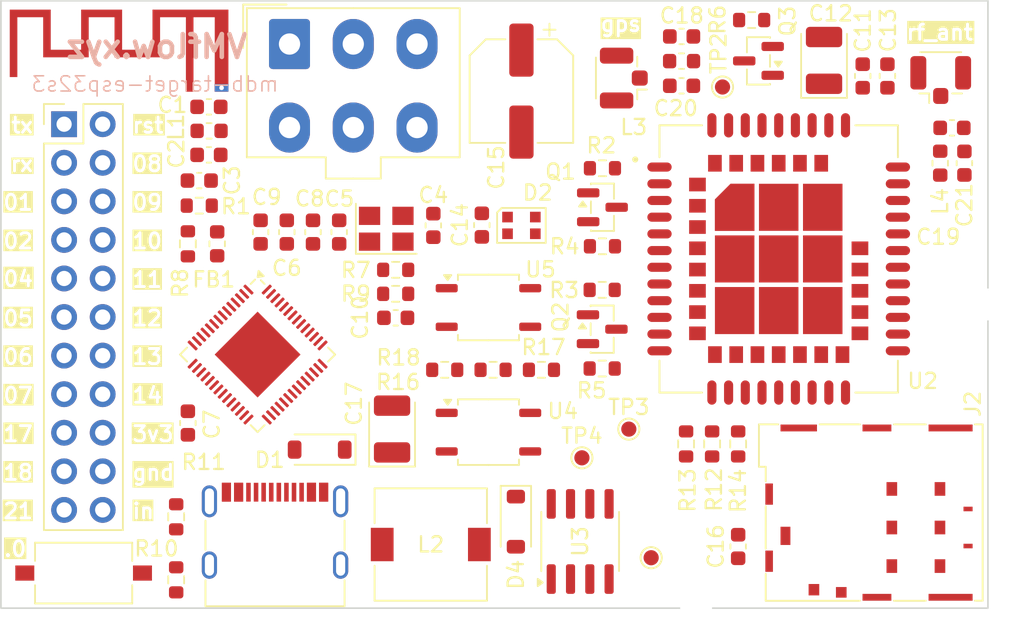
<source format=kicad_pcb>
(kicad_pcb (version 20241229) (generator "pcbnew") (generator_version "9.0")
  (layers (0 "F.Cu" signal) (2 "B.Cu" signal) (13 "F.Paste" user) (15 "B.Paste" user) (5 "F.SilkS" user "F.Silkscreen") (7 "B.SilkS" user "B.Silkscreen") (1 "F.Mask" user) (3 "B.Mask" user) (25 "Edge.Cuts" user))
  (net 0 "")
  (net 1 "Net-(AE1-A)")
  (net 2 "+3V3")
  (net 3 "GND")
  (net 4 "Net-(U1-LNA_IN{slash}RF)")
  (net 5 "Net-(U1-XTAL_N)")
  (net 6 "Net-(U1-XTAL_P)")
  (net 7 "/vin")
  (net 8 "Net-(J4-In)")
  (net 9 "Net-(D1-A)")
  (net 10 "/mdb_master_transmit")
  (net 11 "/mdb_communications_common")
  (net 12 "/mdb_master_receive")
  (net 14 "/usb+")
  (net 15 "/usb-")
  (net 16 "Net-(D4-K)")
  (net 18 "Net-(J1-CC1)")
  (net 19 "/io12")
  (net 20 "/io9")
  (net 21 "/io6")
  (net 22 "/io10")
  (net 23 "/io17")
  (net 24 "/u0txd")
  (net 25 "/io21")
  (net 26 "/io11")
  (net 27 "/io5")
  (net 28 "/boot")
  (net 29 "/u0rxd")
  (net 30 "/io8")
  (net 31 "/io14")
  (net 32 "/io18")
  (net 33 "/io4")
  (net 34 "/io7")
  (net 35 "/io13")
  (net 36 "/io1")
  (net 37 "/io2")
  (net 38 "Net-(J1-CC2)")
  (net 39 "/reset")
  (net 41 "Net-(J2-RST)")
  (net 42 "Net-(J2-I{slash}O)")
  (net 44 "Net-(J2-CLK)")
  (net 48 "/sim_uart1_tx")
  (net 49 "Net-(Q1-B)")
  (net 50 "/sim_uart1_rx")
  (net 51 "Net-(Q2-B)")
  (net 52 "/pwrkey")
  (net 53 "Net-(Q3-B)")
  (net 54 "/sim_vdd_ext")
  (net 55 "Net-(U1-GPIO46)")
  (net 56 "Net-(U1-GPIO45)")
  (net 57 "Net-(R16-Pad2)")
  (net 58 "Net-(R18-Pad2)")
  (net 66 "VDD3P3")
  (net 71 "/sim_vdd")
  (net 80 "/rf_ant")
  (net 83 "Net-(J5-In)")
  (net 86 "/sim_rst")
  (net 87 "/sim_data")
  (net 89 "/gnss_ant")
  (net 90 "/netlight")
  (net 96 "Net-(U2-STATUS)")
  (net 113 "/sim_clk")
  (footprint "Capacitor_Tantalum_SMD:CP_EIA-3528-21_Kemet-B" (layer "F.Cu") (at 194.2575 111.295 90)
    (property "Reference" "C17" (at 1.67 -2.51 90) (layer "F.SilkS"))
    (property "Value" "220uF" (hide yes))
    (pad "1" smd roundrect (at -1.54 0 90) (size 1.34 2.39) (layers "F.Cu" "F.Mask" "F.Paste") (roundrect_rratio 0.186567) (net 2 "+3V3"))
    (pad "2" smd roundrect (at 1.54 0 90) (size 1.34 2.39) (layers "F.Cu" "F.Mask" "F.Paste") (roundrect_rratio 0.186567) (net 3 "GND"))
  )
  (footprint "Inductor_SMD:L_7.3x7.3_H3.5" (layer "F.Cu") (at 196.8075 118.9 180)
    (property "Reference" "L2" (at 0 0 0) (layer "F.SilkS"))
    (property "Value" "100uH" (hide yes))
    (pad "1" smd rect (at -3.2 0 180) (size 1.5 2.2) (layers "F.Cu" "F.Mask" "F.Paste") (net 16 "Net-(D4-K)"))
    (pad "2" smd rect (at 3.2 0 180) (size 1.5 2.2) (layers "F.Cu" "F.Mask" "F.Paste") (net 2 "+3V3"))
  )
  (footprint "RF_Antenna:Texas_SWRA117D_2.4GHz_Left" (layer "F.Cu") (at 180.93 88.825)
    (property "Reference" "AE1" (hide yes))
    (property "Value" "Antenna" (hide yes))
    (fp_poly (pts (xy -2.45 -2.51) (xy -4.45 -2.51) (xy -4.45 -5.15) (xy -7.15 -5.15) (xy -7.15 -2.51) (xy -9.15 -2.51) (xy -9.15 -5.15) (xy -11.85 -5.15) (xy -11.85 -0.71) (xy -11.35 -0.71) (xy -11.35 -4.65) (xy -9.65 -4.65) (xy -9.65 -2.01) (xy -6.65 -2.01) (xy -6.65 -4.65) (xy -4.95 -4.65) (xy -4.95 -2.01) (xy -1.95 -2.01) (xy -1.95 -4.65) (xy -0.25 -4.65) (xy -0.25 0.25) (xy 0.25 0.25) (xy 0.25 -4.65) (xy 1.65 -4.65) (xy 1.65 0.25) (xy 2.55 0.25) (xy 2.55 0.006785) (xy 2.247583 0.006785) (xy 2.237742 0.054395) (xy 2.213674 0.096797) (xy 2.175731 0.129581) (xy 2.167819 0.133935) (xy 2.125156 0.146043) (xy 2.076637 0.1453) (xy 2.031122 0.1324) (xy 2.012511 0.121787) (xy 1.978868 0.086553) (xy 1.958309 0.041368) (xy 1.951778 -0.008158) (xy 1.960218 -0.056417) (xy 1.977112 -0.088643) (xy 2.012372 -0.121313) (xy 2.057682 -0.141408) (xy 2.107267 -0.147982) (xy 2.155353 -0.140092) (xy 2.188245 -0.123186) (xy 2.223185 -0.086416) (xy 2.242847 -0.041622) (xy 2.247583 0.006785) (xy 2.55 0.006785) (xy 2.55 -5.15) (xy -2.45 -5.15) (xy -2.45 -2.51)) (fill yes) (layer "F.Cu"))
    (pad "1" connect rect (at 0 0) (size 0.5 0.5) (layers "F.Cu") (net 1 "Net-(AE1-A)"))
    (pad "2" thru_hole rect (at 2.1 0) (size 0.9 0.5) (drill 0.3) (layers "*.Cu"))
  )
  (footprint "Resistor_SMD:R_0603_1608Metric" (layer "F.Cu") (at 180.04 121.225 -90)
    (property "Reference" "R10" (at -2.055 1.3 0) (layer "F.SilkS"))
    (property "Value" "5.1k" (hide yes))
    (pad "1" smd roundrect (at -0.825 0 270) (size 0.8 0.95) (layers "F.Cu" "F.Mask" "F.Paste") (net 38 "Net-(J1-CC2)"))
    (pad "2" smd roundrect (at 0.825 0 270) (size 0.8 0.95) (layers "F.Cu" "F.Mask" "F.Paste") (net 3 "GND"))
  )
  (footprint "Connector_JAE:JAE_SIM_Card_SF72S006" (layer "F.Cu") (at 227.88 117.78 -90)
    (property "Reference" "J2" (at -8.14 -4.62 90) (layer "F.SilkS"))
    (property "Value" "JAE_SIM_Card_SF72S006" (hide yes))
    (pad "C1" smd rect (at -2.54 -2.46 90) (size 0.9 0.7) (layers "F.Cu" "F.Mask" "F.Paste") (net 71 "/sim_vdd"))
    (pad "C2" smd rect (at 0 -2.46 90) (size 0.9 0.7) (layers "F.Cu" "F.Mask" "F.Paste") (net 41 "Net-(J2-RST)"))
    (pad "C3" smd rect (at 2.54 -2.46 90) (size 0.9 0.7) (layers "F.Cu" "F.Mask" "F.Paste") (net 44 "Net-(J2-CLK)"))
    (pad "C5" smd rect (at -2.54 0.71 90) (size 0.9 0.7) (layers "F.Cu" "F.Mask" "F.Paste") (net 3 "GND"))
    (pad "C6" smd rect (at 0 0.71 90) (size 0.9 0.7) (layers "F.Cu" "F.Mask" "F.Paste"))
    (pad "C7" smd rect (at 2.54 0.71 90) (size 0.9 0.7) (layers "F.Cu" "F.Mask" "F.Paste") (net 42 "Net-(J2-I{slash}O)"))
    (pad "CSW" smd rect (at 4.27 4.04 90) (size 0.7 0.7) (layers "F.Cu" "F.Mask" "F.Paste"))
    (pad "DSW" smd rect (at 0.55 7.715 90) (size 1.2 0.65) (layers "F.Cu" "F.Mask" "F.Paste"))
    (pad "SH" smd rect (at -6.555 -3.16 90) (size 0.45 2.9) (layers "F.Cu" "F.Mask" "F.Paste") (net 3 "GND"))
    (pad "SH" smd rect (at -6.555 1.69 90) (size 0.45 1.9) (layers "F.Cu" "F.Mask" "F.Paste") (net 3 "GND"))
    (pad "SH" smd rect (at -6.555 6.84 90) (size 0.45 2.4) (layers "F.Cu" "F.Mask" "F.Paste") (net 3 "GND"))
    (pad "SH" smd rect (at -2.2 8.79 90) (size 1.4 0.5) (layers "F.Cu" "F.Mask" "F.Paste") (net 3 "GND"))
    (pad "SH" smd rect (at -1.22 -4.31 90) (size 0.3 0.6) (layers "F.Cu" "F.Mask" "F.Paste") (net 3 "GND"))
    (pad "SH" smd rect (at 1.22 -4.31 90) (size 0.3 0.6) (layers "F.Cu" "F.Mask" "F.Paste") (net 3 "GND"))
    (pad "SH" smd rect (at 2.22 8.79 90) (size 1.4 0.5) (layers "F.Cu" "F.Mask" "F.Paste") (net 3 "GND"))
    (pad "SH" smd rect (at 4.095 5.84 90) (size 0.75 0.7) (layers "F.Cu" "F.Mask" "F.Paste") (net 3 "GND"))
    (pad "SH" smd rect (at 4.595 -3.16 90) (size 0.45 2.9) (layers "F.Cu" "F.Mask" "F.Paste") (net 3 "GND"))
    (pad "SH" smd rect (at 4.595 1.69 90) (size 0.45 1.9) (layers "F.Cu" "F.Mask" "F.Paste") (net 3 "GND"))
  )
  (footprint "Capacitor_SMD:C_0603_1608Metric" (layer "F.Cu") (at 225.252857 88.0425 90)
    (property "Reference" "C11" (at 2.9925 0.007143 270) (layer "F.SilkS"))
    (property "Value" "0.1uF" (hide yes))
    (pad "1" smd roundrect (at -0.775 0 90) (size 0.9 0.95) (layers "F.Cu" "F.Mask" "F.Paste") (net 2 "+3V3"))
    (pad "2" smd roundrect (at 0.775 0 90) (size 0.9 0.95) (layers "F.Cu" "F.Mask" "F.Paste") (net 3 "GND"))
  )
  (footprint "Connector_USB:USB_C_Receptacle_G-Switch_GT-USB-7010ASV" (layer "F.Cu") (at 186.55 119.18)
    (property "Reference" "J1" (hide yes))
    (property "Value" "USB_C_Receptacle_USB2.0_16P" (hide yes))
    (pad "" np_thru_hole circle (at -2.89 -2.605) (size 0.65 0.65) (drill 0.65) (layers "*.Cu" "*.Mask"))
    (pad "" np_thru_hole circle (at 2.89 -2.605) (size 0.65 0.65) (drill 0.65) (layers "*.Cu" "*.Mask"))
    (pad "A1" smd rect (at -3.2 -3.725) (size 0.6 1.24) (layers "F.Cu" "F.Mask" "F.Paste") (net 3 "GND"))
    (pad "A4" smd rect (at -2.4 -3.725) (size 0.6 1.24) (layers "F.Cu" "F.Mask" "F.Paste") (net 9 "Net-(D1-A)"))
    (pad "A5" smd rect (at -1.25 -3.725) (size 0.3 1.24) (layers "F.Cu" "F.Mask" "F.Paste") (net 18 "Net-(J1-CC1)"))
    (pad "A6" smd rect (at -0.25 -3.725) (size 0.3 1.24) (layers "F.Cu" "F.Mask" "F.Paste") (net 14 "/usb+"))
    (pad "A7" smd rect (at 0.25 -3.725) (size 0.3 1.24) (layers "F.Cu" "F.Mask" "F.Paste") (net 15 "/usb-"))
    (pad "A8" smd rect (at 1.25 -3.725) (size 0.3 1.24) (layers "F.Cu" "F.Mask" "F.Paste"))
    (pad "A9" smd rect (at 2.4 -3.725) (size 0.6 1.24) (layers "F.Cu" "F.Mask" "F.Paste") (net 9 "Net-(D1-A)"))
    (pad "A12" smd rect (at 3.2 -3.725) (size 0.6 1.24) (layers "F.Cu" "F.Mask" "F.Paste") (net 3 "GND"))
    (pad "B1" smd rect (at 3.2 -3.725) (size 0.6 1.24) (layers "F.Cu" "F.Mask" "F.Paste") (net 3 "GND"))
    (pad "B4" smd rect (at 2.4 -3.725) (size 0.6 1.24) (layers "F.Cu" "F.Mask" "F.Paste") (net 9 "Net-(D1-A)"))
    (pad "B5" smd rect (at 1.75 -3.725) (size 0.3 1.24) (layers "F.Cu" "F.Mask" "F.Paste") (net 38 "Net-(J1-CC2)"))
    (pad "B6" smd rect (at 0.75 -3.725) (size 0.3 1.24) (layers "F.Cu" "F.Mask" "F.Paste") (net 14 "/usb+"))
    (pad "B7" smd rect (at -0.75 -3.725) (size 0.3 1.24) (layers "F.Cu" "F.Mask" "F.Paste") (net 15 "/usb-"))
    (pad "B8" smd rect (at -1.75 -3.725) (size 0.3 1.24) (layers "F.Cu" "F.Mask" "F.Paste"))
    (pad "B9" smd rect (at -2.4 -3.725) (size 0.6 1.24) (layers "F.Cu" "F.Mask" "F.Paste") (net 9 "Net-(D1-A)"))
    (pad "B12" smd rect (at -3.2 -3.725) (size 0.6 1.24) (layers "F.Cu" "F.Mask" "F.Paste") (net 3 "GND"))
    (pad "S1" thru_hole oval (at -4.32 -3.125) (size 1 2.1) (drill oval 0.6 1.7) (layers "*.Cu" "*.Mask") (net 3 "GND"))
    (pad "S1" thru_hole oval (at -4.32 1.075) (size 1 1.8) (drill oval 0.6 1.4) (layers "*.Cu" "*.Mask") (net 3 "GND"))
    (pad "S1" thru_hole oval (at 4.32 -3.125) (size 1 2.1) (drill oval 0.6 1.7) (layers "*.Cu" "*.Mask") (net 3 "GND"))
    (pad "S1" thru_hole oval (at 4.32 1.075) (size 1 1.8) (drill oval 0.6 1.4) (layers "*.Cu" "*.Mask") (net 3 "GND"))
  )
  (footprint "TestPoint:TestPoint_Pad_D1.0mm" (layer "F.Cu") (at 216.02 88.77)
    (property "Reference" "TP2" (at -0.26 -2.21 90) (layer "F.SilkS"))
    (property "Value" "TestPoint" (hide yes))
    (pad "1" smd circle (at 0 0) (size 1 1) (layers "F.Cu" "F.Mask") (net 96 "Net-(U2-STATUS)"))
  )
  (footprint "Capacitor_SMD:C_0603_1608Metric" (layer "F.Cu") (at 185.6 98.325 -90)
    (property "Reference" "C9" (at -2.305 -0.4 180) (layer "F.SilkS"))
    (property "Value" "0.1uF" (hide yes))
    (pad "1" smd roundrect (at -0.775 0 270) (size 0.9 0.95) (layers "F.Cu" "F.Mask" "F.Paste") (net 3 "GND"))
    (pad "2" smd roundrect (at 0.775 0 270) (size 0.9 0.95) (layers "F.Cu" "F.Mask" "F.Paste") (net 2 "+3V3"))
  )
  (footprint "Package_DFN_QFN:QFN-56-1EP_7x7mm_P0.4mm_EP4x4mm" (layer "F.Cu") (at 185.402004 106.39 -45)
    (property "Reference" "U1" (hide yes))
    (property "Value" "ESP32-S3FH4R2" (hide yes))
    (pad "1" smd roundrect (at -3.45 -2.6 315) (size 0.8 0.2) (layers "F.Cu" "F.Mask" "F.Paste") (net 4 "Net-(U1-LNA_IN{slash}RF)"))
    (pad "2" smd roundrect (at -3.449999 -2.2 315) (size 0.8 0.2) (layers "F.Cu" "F.Mask" "F.Paste") (net 66 "VDD3P3"))
    (pad "3" smd roundrect (at -3.45 -1.8 315) (size 0.8 0.2) (layers "F.Cu" "F.Mask" "F.Paste") (net 66 "VDD3P3"))
    (pad "4" smd roundrect (at -3.45 -1.4 315) (size 0.8 0.2) (layers "F.Cu" "F.Mask" "F.Paste") (net 39 "/reset"))
    (pad "5" smd roundrect (at -3.45 -1 315) (size 0.8 0.2) (layers "F.Cu" "F.Mask" "F.Paste") (net 28 "/boot"))
    (pad "6" smd roundrect (at -3.449999 -0.6 315) (size 0.8 0.2) (layers "F.Cu" "F.Mask" "F.Paste") (net 36 "/io1"))
    (pad "7" smd roundrect (at -3.45 -0.2 315) (size 0.8 0.2) (layers "F.Cu" "F.Mask" "F.Paste") (net 37 "/io2"))
    (pad "8" smd roundrect (at -3.45 0.2 315) (size 0.8 0.2) (layers "F.Cu" "F.Mask" "F.Paste"))
    (pad "9" smd roundrect (at -3.449999 0.6 315) (size 0.8 0.2) (layers "F.Cu" "F.Mask" "F.Paste") (net 33 "/io4"))
    (pad "10" smd roundrect (at -3.45 1 315) (size 0.8 0.2) (layers "F.Cu" "F.Mask" "F.Paste") (net 27 "/io5"))
    (pad "11" smd roundrect (at -3.45 1.4 315) (size 0.8 0.2) (layers "F.Cu" "F.Mask" "F.Paste") (net 21 "/io6"))
    (pad "12" smd roundrect (at -3.45 1.8 315) (size 0.8 0.2) (layers "F.Cu" "F.Mask" "F.Paste") (net 34 "/io7"))
    (pad "13" smd roundrect (at -3.449999 2.2 315) (size 0.8 0.2) (layers "F.Cu" "F.Mask" "F.Paste") (net 30 "/io8"))
    (pad "14" smd roundrect (at -3.45 2.6 315) (size 0.8 0.2) (layers "F.Cu" "F.Mask" "F.Paste") (net 20 "/io9"))
    (pad "15" smd roundrect (at -2.6 3.45 315) (size 0.2 0.8) (layers "F.Cu" "F.Mask" "F.Paste") (net 22 "/io10"))
    (pad "16" smd roundrect (at -2.2 3.449999 315) (size 0.2 0.8) (layers "F.Cu" "F.Mask" "F.Paste") (net 26 "/io11"))
    (pad "17" smd roundrect (at -1.8 3.45 315) (size 0.2 0.8) (layers "F.Cu" "F.Mask" "F.Paste") (net 19 "/io12"))
    (pad "18" smd roundrect (at -1.4 3.45 315) (size 0.2 0.8) (layers "F.Cu" "F.Mask" "F.Paste") (net 35 "/io13"))
    (pad "19" smd roundrect (at -1 3.45 315) (size 0.2 0.8) (layers "F.Cu" "F.Mask" "F.Paste") (net 31 "/io14"))
    (pad "20" smd roundrect (at -0.6 3.449999 315) (size 0.2 0.8) (layers "F.Cu" "F.Mask" "F.Paste") (net 2 "+3V3"))
    (pad "21" smd roundrect (at -0.2 3.45 315) (size 0.2 0.8) (layers "F.Cu" "F.Mask" "F.Paste"))
    (pad "22" smd roundrect (at 0.2 3.45 315) (size 0.2 0.8) (layers "F.Cu" "F.Mask" "F.Paste"))
    (pad "23" smd roundrect (at 0.6 3.449999 315) (size 0.2 0.8) (layers "F.Cu" "F.Mask" "F.Paste") (net 23 "/io17"))
    (pad "24" smd roundrect (at 1 3.45 315) (size 0.2 0.8) (layers "F.Cu" "F.Mask" "F.Paste") (net 32 "/io18"))
    (pad "25" smd roundrect (at 1.4 3.45 315) (size 0.2 0.8) (layers "F.Cu" "F.Mask" "F.Paste") (net 15 "/usb-"))
    (pad "26" smd roundrect (at 1.8 3.45 315) (size 0.2 0.8) (layers "F.Cu" "F.Mask" "F.Paste") (net 14 "/usb+"))
    (pad "27" smd roundrect (at 2.2 3.449999 315) (size 0.2 0.8) (layers "F.Cu" "F.Mask" "F.Paste") (net 25 "/io21"))
    (pad "28" smd roundrect (at 2.6 3.45 315) (size 0.2 0.8) (layers "F.Cu" "F.Mask" "F.Paste"))
    (pad "29" smd roundrect (at 3.45 2.6 315) (size 0.8 0.2) (layers "F.Cu" "F.Mask" "F.Paste"))
    (pad "30" smd roundrect (at 3.449999 2.2 315) (size 0.8 0.2) (layers "F.Cu" "F.Mask" "F.Paste"))
    (pad "31" smd roundrect (at 3.45 1.8 315) (size 0.8 0.2) (layers "F.Cu" "F.Mask" "F.Paste"))
    (pad "32" smd roundrect (at 3.45 1.4 315) (size 0.8 0.2) (layers "F.Cu" "F.Mask" "F.Paste"))
    (pad "33" smd roundrect (at 3.45 1 315) (size 0.8 0.2) (layers "F.Cu" "F.Mask" "F.Paste"))
    (pad "34" smd roundrect (at 3.449999 0.6 315) (size 0.8 0.2) (layers "F.Cu" "F.Mask" "F.Paste"))
    (pad "35" smd roundrect (at 3.45 0.2 315) (size 0.8 0.2) (layers "F.Cu" "F.Mask" "F.Paste"))
    (pad "36" smd roundrect (at 3.45 -0.2 315) (size 0.8 0.2) (layers "F.Cu" "F.Mask" "F.Paste"))
    (pad "37" smd roundrect (at 3.449999 -0.6 315) (size 0.8 0.2) (layers "F.Cu" "F.Mask" "F.Paste"))
    (pad "38" smd roundrect (at 3.45 -1 315) (size 0.8 0.2) (layers "F.Cu" "F.Mask" "F.Paste"))
    (pad "39" smd roundrect (at 3.45 -1.4 315) (size 0.8 0.2) (layers "F.Cu" "F.Mask" "F.Paste"))
    (pad "40" smd roundrect (at 3.45 -1.8 315) (size 0.8 0.2) (layers "F.Cu" "F.Mask" "F.Paste"))
    (pad "41" smd roundrect (at 3.449999 -2.2 315) (size 0.8 0.2) (layers "F.Cu" "F.Mask" "F.Paste"))
    (pad "42" smd roundrect (at 3.45 -2.6 315) (size 0.8 0.2) (layers "F.Cu" "F.Mask" "F.Paste"))
    (pad "43" smd roundrect (at 2.6 -3.45 315) (size 0.2 0.8) (layers "F.Cu" "F.Mask" "F.Paste"))
    (pad "44" smd roundrect (at 2.2 -3.449999 315) (size 0.2 0.8) (layers "F.Cu" "F.Mask" "F.Paste"))
    (pad "45" smd roundrect (at 1.8 -3.45 315) (size 0.2 0.8) (layers "F.Cu" "F.Mask" "F.Paste"))
    (pad "46" smd roundrect (at 1.4 -3.45 315) (size 0.2 0.8) (layers "F.Cu" "F.Mask" "F.Paste") (net 2 "+3V3"))
    (pad "47" smd roundrect (at 1 -3.45 315) (size 0.2 0.8) (layers "F.Cu" "F.Mask" "F.Paste"))
    (pad "48" smd roundrect (at 0.6 -3.449999 315) (size 0.2 0.8) (layers "F.Cu" "F.Mask" "F.Paste"))
    (pad "49" smd roundrect (at 0.2 -3.45 315) (size 0.2 0.8) (layers "F.Cu" "F.Mask" "F.Paste") (net 24 "/u0txd"))
    (pad "50" smd roundrect (at -0.2 -3.45 315) (size 0.2 0.8) (layers "F.Cu" "F.Mask" "F.Paste") (net 29 "/u0rxd"))
    (pad "51" smd roundrect (at -0.6 -3.449999 315) (size 0.2 0.8) (layers "F.Cu" "F.Mask" "F.Paste") (net 56 "Net-(U1-GPIO45)"))
    (pad "52" smd roundrect (at -1 -3.45 315) (size 0.2 0.8) (layers "F.Cu" "F.Mask" "F.Paste") (net 55 "Net-(U1-GPIO46)"))
    (pad "53" smd roundrect (at -1.4 -3.45 315) (size 0.2 0.8) (layers "F.Cu" "F.Mask" "F.Paste") (net 5 "Net-(U1-XTAL_N)"))
    (pad "54" smd roundrect (at -1.8 -3.45 315) (size 0.2 0.8) (layers "F.Cu" "F.Mask" "F.Paste") (net 6 "Net-(U1-XTAL_P)"))
    (pad "55" smd roundrect (at -2.2 -3.449999 315) (size 0.2 0.8) (layers "F.Cu" "F.Mask" "F.Paste") (net 2 "+3V3"))
    (pad "56" smd roundrect (at -2.6 -3.45 315) (size 0.2 0.8) (layers "F.Cu" "F.Mask" "F.Paste") (net 2 "+3V3"))
    (pad "57" smd rect (at 0 0 315) (size 4 4) (property pad_prop_heatsink) (layers "F.Cu" "F.Mask") (net 3 "GND"))
  )
  (footprint "Connector_Coaxial:U.FL_Hirose_U.FL-R-SMT-1_Vertical" (layer "F.Cu") (at 230.39 88.31 90)
    (property "Reference" "J5" (hide yes))
    (property "Value" "Conn_Coaxial" (hide yes))
    (pad "1" smd roundrect (at -1.05 0 90) (size 1.05 1) (layers "F.Cu" "F.Mask" "F.Paste") (net 83 "Net-(J5-In)"))
    (pad "2" smd roundrect (at 0.475 -1.475 90) (size 2.2 1.05) (layers "F.Cu" "F.Mask" "F.Paste") (roundrect_rratio 0.2380952381) (net 3 "GND"))
    (pad "2" smd roundrect (at 0.475 1.475 90) (size 2.2 1.05) (layers "F.Cu" "F.Mask" "F.Paste") (roundrect_rratio 0.2380952381) (net 3 "GND"))
  )
  (footprint "SIM7080G:XCVR_SIM7080G" (layer "F.Cu") (at 219.72 100.0925)
    (property "Reference" "U2" (at 9.48 8.04 0) (layer "F.SilkS"))
    (property "Value" "SIM7080G" (hide yes))
    (pad "1" smd oval (at -7.85 -6.05) (size 1.6 0.6) (layers "F.Cu" "F.Mask") (net 48 "/sim_uart1_tx"))
    (pad "2" smd oval (at -7.85 -4.95) (size 1.6 0.6) (layers "F.Cu" "F.Mask") (net 50 "/sim_uart1_rx"))
    (pad "3" smd oval (at -7.85 -3.85) (size 1.6 0.6) (layers "F.Cu" "F.Mask"))
    (pad "4" smd oval (at -7.85 -2.75) (size 1.6 0.6) (layers "F.Cu" "F.Mask"))
    (pad "5" smd oval (at -7.85 -1.65) (size 1.6 0.6) (layers "F.Cu" "F.Mask"))
    (pad "6" smd oval (at -7.85 -0.55) (size 1.6 0.6) (layers "F.Cu" "F.Mask"))
    (pad "7" smd oval (at -7.85 0.55) (size 1.6 0.6) (layers "F.Cu" "F.Mask"))
    (pad "8" smd oval (at -7.85 1.65) (size 1.6 0.6) (layers "F.Cu" "F.Mask") (net 3 "GND"))
    (pad "9" smd oval (at -7.85 2.75) (size 1.6 0.6) (layers "F.Cu" "F.Mask"))
    (pad "10" smd oval (at -7.85 3.85) (size 1.6 0.6) (layers "F.Cu" "F.Mask"))
    (pad "11" smd oval (at -7.85 4.95) (size 1.6 0.6) (layers "F.Cu" "F.Mask"))
    (pad "12" smd oval (at -7.85 6.05) (size 1.6 0.6) (layers "F.Cu" "F.Mask"))
    (pad "13" smd oval (at -4.4 8.8) (size 0.6 1.6) (layers "F.Cu" "F.Mask") (net 3 "GND"))
    (pad "14" smd oval (at -3.3 8.8) (size 0.6 1.6) (layers "F.Cu" "F.Mask"))
    (pad "15" smd oval (at -2.2 8.8) (size 0.6 1.6) (layers "F.Cu" "F.Mask") (net 87 "/sim_data"))
    (pad "16" smd oval (at -1.1 8.8) (size 0.6 1.6) (layers "F.Cu" "F.Mask") (net 113 "/sim_clk"))
    (pad "17" smd oval (at 0 8.8) (size 0.6 1.6) (layers "F.Cu" "F.Mask") (net 86 "/sim_rst"))
    (pad "18" smd oval (at 1.1 8.8) (size 0.6 1.6) (layers "F.Cu" "F.Mask") (net 71 "/sim_vdd"))
    (pad "19" smd oval (at 2.2 8.8) (size 0.6 1.6) (layers "F.Cu" "F.Mask") (net 3 "GND"))
    (pad "20" smd oval (at 3.3 8.8) (size 0.6 1.6) (layers "F.Cu" "F.Mask"))
    (pad "21" smd oval (at 4.4 8.8) (size 0.6 1.6) (layers "F.Cu" "F.Mask") (net 3 "GND"))
    (pad "22" smd oval (at 7.85 6.05) (size 1.6 0.6) (layers "F.Cu" "F.Mask"))
    (pad "23" smd oval (at 7.85 4.95) (size 1.6 0.6) (layers "F.Cu" "F.Mask"))
    (pad "24" smd oval (at 7.85 3.85) (size 1.6 0.6) (layers "F.Cu" "F.Mask"))
    (pad "25" smd oval (at 7.85 2.75) (size 1.6 0.6) (layers "F.Cu" "F.Mask"))
    (pad "26" smd oval (at 7.85 1.65) (size 1.6 0.6) (layers "F.Cu" "F.Mask"))
    (pad "27" smd oval (at 7.85 0.55) (size 1.6 0.6) (layers "F.Cu" "F.Mask") (net 3 "GND"))
    (pad "28" smd oval (at 7.85 -0.55) (size 1.6 0.6) (layers "F.Cu" "F.Mask"))
    (pad "29" smd oval (at 7.85 -1.65) (size 1.6 0.6) (layers "F.Cu" "F.Mask"))
    (pad "30" smd oval (at 7.85 -2.75) (size 1.6 0.6) (layers "F.Cu" "F.Mask") (net 3 "GND"))
    (pad "31" smd oval (at 7.85 -3.85) (size 1.6 0.6) (layers "F.Cu" "F.Mask") (net 3 "GND"))
    (pad "32" smd oval (at 7.85 -4.95) (size 1.6 0.6) (layers "F.Cu" "F.Mask") (net 80 "/rf_ant"))
    (pad "33" smd oval (at 7.85 -6.05) (size 1.6 0.6) (layers "F.Cu" "F.Mask") (net 3 "GND"))
    (pad "34" smd oval (at 4.4 -8.8) (size 0.6 1.6) (layers "F.Cu" "F.Mask") (net 2 "+3V3"))
    (pad "35" smd oval (at 3.3 -8.8) (size 0.6 1.6) (layers "F.Cu" "F.Mask") (net 2 "+3V3"))
    (pad "36" smd oval (at 2.2 -8.8) (size 0.6 1.6) (layers "F.Cu" "F.Mask") (net 3 "GND"))
    (pad "37" smd oval (at 1.1 -8.8) (size 0.6 1.6) (layers "F.Cu" "F.Mask") (net 3 "GND"))
    (pad "38" smd oval (at 0 -8.8) (size 0.6 1.6) (layers "F.Cu" "F.Mask"))
    (pad "39" smd oval (at -1.1 -8.8) (size 0.6 1.6) (layers "F.Cu" "F.Mask") (net 52 "/pwrkey"))
    (pad "40" smd oval (at -2.2 -8.8) (size 0.6 1.6) (layers "F.Cu" "F.Mask") (net 54 "/sim_vdd_ext"))
    (pad "41" smd oval (at -3.3 -8.8) (size 0.6 1.6) (layers "F.Cu" "F.Mask") (net 90 "/netlight"))
    (pad "42" smd oval (at -4.4 -8.8) (size 0.6 1.6) (layers "F.Cu" "F.Mask") (net 96 "Net-(U2-STATUS)"))
    (pad "43" smd rect (at -5.35 -4.9) (size 1.1 0.9) (layers "F.Cu" "F.Mask"))
    (pad "44" smd rect (at -5.35 -3.5) (size 1.1 0.9) (layers "F.Cu" "F.Mask"))
    (pad "45" smd rect (at -5.35 -2.1) (size 1.1 0.9) (layers "F.Cu" "F.Mask") (net 3 "GND"))
    (pad "46" smd rect (at -5.35 -0.7) (size 1.1 0.9) (layers "F.Cu" "F.Mask"))
    (pad "47" smd rect (at -5.35 0.7) (size 1.1 0.9) (layers "F.Cu" "F.Mask"))
    (pad "48" smd rect (at -5.35 2.1) (size 1.1 0.9) (layers "F.Cu" "F.Mask"))
    (pad "49" smd rect (at -5.35 3.5) (size 1.1 0.9) (layers "F.Cu" "F.Mask"))
    (pad "50" smd rect (at -5.35 4.9) (size 1.1 0.9) (layers "F.Cu" "F.Mask"))
    (pad "51" smd rect (at -4.2 6.3) (size 0.9 1.1) (layers "F.Cu" "F.Mask"))
    (pad "52" smd rect (at -2.8 6.3) (size 0.9 1.1) (layers "F.Cu" "F.Mask"))
    (pad "53" smd rect (at -1.4 6.3) (size 0.9 1.1) (layers "F.Cu" "F.Mask"))
    (pad "54" smd rect (at 0 6.3) (size 0.9 1.1) (layers "F.Cu" "F.Mask"))
    (pad "55" smd rect (at 1.4 6.3) (size 0.9 1.1) (layers "F.Cu" "F.Mask"))
    (pad "56" smd rect (at 2.8 6.3) (size 0.9 1.1) (layers "F.Cu" "F.Mask"))
    (pad "57" smd rect (at 4.2 6.3) (size 0.9 1.1) (layers "F.Cu" "F.Mask"))
    (pad "58" smd rect (at 5.35 4.9) (size 1.1 0.9) (layers "F.Cu" "F.Mask"))
    (pad "59" smd rect (at 5.35 3.5) (size 1.1 0.9) (layers "F.Cu" "F.Mask"))
    (pad "60" smd rect (at 5.35 2.1) (size 1.1 0.9) (layers "F.Cu" "F.Mask"))
    (pad "61" smd rect (at 5.35 0.7) (size 1.1 0.9) (layers "F.Cu" "F.Mask"))
    (pad "62" smd rect (at 5.35 -0.7) (size 1.1 0.9) (layers "F.Cu" "F.Mask"))
    (pad "63" smd rect (at 2.8 -6.3) (size 0.9 1.1) (layers "F.Cu" "F.Mask") (net 3 "GND"))
    (pad "64" smd rect (at 1.4 -6.3) (size 0.9 1.1) (layers "F.Cu" "F.Mask"))
    (pad "65" smd rect (at 0 -6.3) (size 0.9 1.1) (layers "F.Cu" "F.Mask"))
    (pad "66" smd rect (at -1.4 -6.3) (size 0.9 1.1) (layers "F.Cu" "F.Mask") (net 3 "GND"))
    (pad "67" smd rect (at -2.8 -6.3) (size 0.9 1.1) (layers "F.Cu" "F.Mask") (net 3 "GND"))
    (pad "68" smd rect (at -4.2 -6.3) (size 0.9 1.1) (layers "F.Cu" "F.Mask") (net 89 "/gnss_ant"))
    (pad "69" smd custom (at -2.9 -3.4) (size 1 1) (layers "F.Cu") (net 3 "GND") (options (clearance outline) (anchor rect)) (primitives (gr_poly (pts (xy 1.3 1.55) (xy -1.3 1.55) (xy -1.3 -0.52) (xy -0.27 -1.55) (xy 1.3 -1.55)) (width 0.01) (fill yes))))
    (pad "70" smd rect (at -2.9 0) (size 2.6 3.1) (layers "F.Cu" "F.Mask") (net 3 "GND"))
    (pad "71" smd rect (at -2.9 3.4) (size 2.6 3.1) (layers "F.Cu" "F.Mask") (net 3 "GND"))
    (pad "72" smd rect (at 0 3.4) (size 2.6 3.1) (layers "F.Cu" "F.Mask") (net 3 "GND"))
    (pad "73" smd rect (at 2.9 3.4) (size 2.6 3.1) (layers "F.Cu" "F.Mask") (net 3 "GND"))
    (pad "74" smd rect (at 2.9 0) (size 2.6 3.1) (layers "F.Cu" "F.Mask") (net 3 "GND"))
    (pad "75" smd rect (at 2.9 -3.4) (size 2.6 3.1) (layers "F.Cu" "F.Mask") (net 3 "GND"))
    (pad "76" smd rect (at 0 -3.4) (size 2.6 3.1) (layers "F.Cu" "F.Mask") (net 3 "GND"))
    (pad "77" smd rect (at 0 0) (size 2.6 3.1) (layers "F.Cu" "F.Mask") (net 3 "GND"))
  )
  (footprint "Resistor_SMD:R_0603_1608Metric" (layer "F.Cu") (at 208.095 102.13)
    (property "Reference" "R3" (at -2.505 0.02 0) (layer "F.SilkS"))
    (property "Value" "10K" (hide yes))
    (pad "1" smd roundrect (at -0.825 0) (size 0.8 0.95) (layers "F.Cu" "F.Mask" "F.Paste") (net 50 "/sim_uart1_rx"))
    (pad "2" smd roundrect (at 0.825 0) (size 0.8 0.95) (layers "F.Cu" "F.Mask" "F.Paste") (net 54 "/sim_vdd_ext"))
  )
  (footprint "Capacitor_SMD:C_0603_1608Metric" (layer "F.Cu") (at 180.81 110.9 90)
    (property "Reference" "C7" (at -0.09 1.575 90) (layer "F.SilkS"))
    (property "Value" "0.1uF" (hide yes))
    (pad "1" smd roundrect (at -0.775 0 90) (size 0.9 0.95) (layers "F.Cu" "F.Mask" "F.Paste") (net 3 "GND"))
    (pad "2" smd roundrect (at 0.775 0 90) (size 0.9 0.95) (layers "F.Cu" "F.Mask" "F.Paste") (net 2 "+3V3"))
  )
  (footprint "Resistor_SMD:R_0603_1608Metric" (layer "F.Cu") (at 197.725 107.395)
    (property "Reference" "R18" (at -3.045 -0.806667 0) (layer "F.SilkS"))
    (property "Value" "470ohm" (hide yes))
    (pad "1" smd roundrect (at -0.825 0) (size 0.8 0.95) (layers "F.Cu" "F.Mask" "F.Paste") (net 2 "+3V3"))
    (pad "2" smd roundrect (at 0.825 0) (size 0.8 0.95) (layers "F.Cu" "F.Mask" "F.Paste") (net 58 "Net-(R18-Pad2)"))
  )
  (footprint "Capacitor_SMD:C_0603_1608Metric" (layer "F.Cu") (at 187.325 98.325 -90)
    (property "Reference" "C6" (at 2.365 0 180) (layer "F.SilkS"))
    (property "Value" "10uF" (hide yes))
    (pad "1" smd roundrect (at -0.775 0 270) (size 0.9 0.95) (layers "F.Cu" "F.Mask" "F.Paste") (net 3 "GND"))
    (pad "2" smd roundrect (at 0.775 0 270) (size 0.9 0.95) (layers "F.Cu" "F.Mask" "F.Paste") (net 2 "+3V3"))
  )
  (footprint "Capacitor_SMD:C_0603_1608Metric" (layer "F.Cu") (at 194.495 103.97 180)
    (property "Reference" "C10" (at 2.35 0.02 90) (layer "F.SilkS"))
    (property "Value" "0.1uF" (hide yes))
    (pad "1" smd roundrect (at -0.775 0 180) (size 0.9 0.95) (layers "F.Cu" "F.Mask" "F.Paste") (net 3 "GND"))
    (pad "2" smd roundrect (at 0.775 0 180) (size 0.9 0.95) (layers "F.Cu" "F.Mask" "F.Paste") (net 2 "+3V3"))
  )
  (footprint "Capacitor_SMD:C_0603_1608Metric" (layer "F.Cu") (at 189.05 98.325 -90)
    (property "Reference" "C8" (at -2.205 0.214375 180) (layer "F.SilkS"))
    (property "Value" "1uF" (hide yes))
    (pad "1" smd roundrect (at -0.775 0 270) (size 0.9 0.95) (layers "F.Cu" "F.Mask" "F.Paste") (net 3 "GND"))
    (pad "2" smd roundrect (at 0.775 0 270) (size 0.9 0.95) (layers "F.Cu" "F.Mask" "F.Paste") (net 2 "+3V3"))
  )
  (footprint "Resistor_SMD:R_0603_1608Metric" (layer "F.Cu") (at 181.56 96.5825 180)
    (property "Reference" "R1" (at -2.41 -0.0475 0) (layer "F.SilkS"))
    (property "Value" "10k" (hide yes))
    (pad "1" smd roundrect (at -0.825 0 180) (size 0.8 0.95) (layers "F.Cu" "F.Mask" "F.Paste") (net 2 "+3V3"))
    (pad "2" smd roundrect (at 0.825 0 180) (size 0.8 0.95) (layers "F.Cu" "F.Mask" "F.Paste") (net 39 "/reset"))
  )
  (footprint "Resistor_SMD:R_0603_1608Metric" (layer "F.Cu") (at 215.335 112.275 -90)
    (property "Reference" "R12" (at 3.01 -0.125 90) (layer "F.SilkS"))
    (property "Value" "22ohm" (hide yes))
    (pad "1" smd roundrect (at -0.825 0 270) (size 0.8 0.95) (layers "F.Cu" "F.Mask" "F.Paste") (net 113 "/sim_clk"))
    (pad "2" smd roundrect (at 0.825 0 270) (size 0.8 0.95) (layers "F.Cu" "F.Mask" "F.Paste") (net 44 "Net-(J2-CLK)"))
  )
  (footprint "Inductor_SMD:L_0603_1608Metric" (layer "F.Cu") (at 182.2075 91.658333)
    (property "Reference" "L1" (at -2.1725 -0.24 90) (layer "F.SilkS"))
    (property "Value" "2.4nh" (hide yes))
    (pad "1" smd roundrect (at -0.7875 0) (size 0.875 0.95) (layers "F.Cu" "F.Mask" "F.Paste") (net 1 "Net-(AE1-A)"))
    (pad "2" smd roundrect (at 0.7875 0) (size 0.875 0.95) (layers "F.Cu" "F.Mask" "F.Paste") (net 4 "Net-(U1-LNA_IN{slash}RF)"))
  )
  (footprint "Package_TO_SOT_SMD:SOT-23" (layer "F.Cu") (at 208.1125 96.69)
    (property "Reference" "Q1" (at -2.7625 -2.34 0) (layer "F.SilkS"))
    (property "Value" "NPN" (hide yes))
    (pad "1" smd roundrect (at -0.9375 -0.95) (size 1.475 0.6) (layers "F.Cu" "F.Mask" "F.Paste") (net 32 "/io18"))
    (pad "2" smd roundrect (at -0.9375 0.95) (size 1.475 0.6) (layers "F.Cu" "F.Mask" "F.Paste") (net 49 "Net-(Q1-B)"))
    (pad "3" smd roundrect (at 0.9375 0) (size 1.475 0.6) (layers "F.Cu" "F.Mask" "F.Paste") (net 48 "/sim_uart1_tx"))
  )
  (footprint "Resistor_SMD:R_0603_1608Metric" (layer "F.Cu") (at 213.62 112.275 -90)
    (property "Reference" "R13" (at 3.055 -0.1 90) (layer "F.SilkS"))
    (property "Value" "22ohm" (hide yes))
    (pad "1" smd roundrect (at -0.825 0 270) (size 0.8 0.95) (layers "F.Cu" "F.Mask" "F.Paste") (net 87 "/sim_data"))
    (pad "2" smd roundrect (at 0.825 0 270) (size 0.8 0.95) (layers "F.Cu" "F.Mask" "F.Paste") (net 42 "Net-(J2-I{slash}O)"))
  )
  (footprint "Button_Switch_SMD:SW_Tactile_SPST_NO_Straight_CK_PTS636Sx25SMTRLFS" (layer "F.Cu") (at 173.945 120.78)
    (property "Reference" "SW1" (hide yes))
    (property "Value" "SW_Push" (hide yes))
    (pad "1" smd rect (at -3.875 0) (size 1.25 1) (layers "F.Cu" "F.Mask" "F.Paste") (net 28 "/boot"))
    (pad "2" smd rect (at 3.875 0) (size 1.25 1) (layers "F.Cu" "F.Mask" "F.Paste") (net 3 "GND"))
  )
  (footprint "Resistor_SMD:R_0603_1608Metric" (layer "F.Cu") (at 208.1125 99.26 180)
    (property "Reference" "R4" (at 2.4925 -0.01 0) (layer "F.SilkS"))
    (property "Value" "4K7" (hide yes))
    (pad "1" smd roundrect (at -0.825 0 180) (size 0.8 0.95) (layers "F.Cu" "F.Mask" "F.Paste") (net 54 "/sim_vdd_ext"))
    (pad "2" smd roundrect (at 0.825 0 180) (size 0.8 0.95) (layers "F.Cu" "F.Mask" "F.Paste") (net 49 "Net-(Q1-B)"))
  )
  (footprint "Capacitor_SMD:C_0603_1608Metric" (layer "F.Cu") (at 226.88 88.0425 90)
    (property "Reference" "C13" (at 3.0125 0.04 270) (layer "F.SilkS"))
    (property "Value" "1uF" (hide yes))
    (pad "1" smd roundrect (at -0.775 0 90) (size 0.9 0.95) (layers "F.Cu" "F.Mask" "F.Paste") (net 2 "+3V3"))
    (pad "2" smd roundrect (at 0.775 0 90) (size 0.9 0.95) (layers "F.Cu" "F.Mask" "F.Paste") (net 3 "GND"))
  )
  (footprint "Package_TO_SOT_SMD:SOT-23" (layer "F.Cu") (at 208.095 104.72)
    (property "Reference" "Q2" (at -2.745 -0.8 90) (layer "F.SilkS"))
    (property "Value" "NPN" (hide yes))
    (pad "1" smd roundrect (at -0.9375 -0.95) (size 1.475 0.6) (layers "F.Cu" "F.Mask" "F.Paste") (net 50 "/sim_uart1_rx"))
    (pad "2" smd roundrect (at -0.9375 0.95) (size 1.475 0.6) (layers "F.Cu" "F.Mask" "F.Paste") (net 51 "Net-(Q2-B)"))
    (pad "3" smd roundrect (at 0.9375 0) (size 1.475 0.6) (layers "F.Cu" "F.Mask" "F.Paste") (net 23 "/io17"))
  )
  (footprint "Capacitor_SMD:C_0603_1608Metric" (layer "F.Cu") (at 200.17 97.865 90)
    (property "Reference" "C14" (at 0 -1.45 90) (layer "F.SilkS"))
    (property "Value" "0.1uF" (hide yes))
    (pad "1" smd roundrect (at -0.775 0 90) (size 0.9 0.95) (layers "F.Cu" "F.Mask" "F.Paste") (net 3 "GND"))
    (pad "2" smd roundrect (at 0.775 0 90) (size 0.9 0.95) (layers "F.Cu" "F.Mask" "F.Paste") (net 2 "+3V3"))
  )
  (footprint "Capacitor_Tantalum_SMD:CP_EIA-3528-21_Kemet-B" (layer "F.Cu") (at 222.705714 87.0175 90)
    (property "Reference" "C12" (at 3.09 0.44 180) (layer "F.SilkS"))
    (property "Value" "10uF" (hide yes))
    (pad "1" smd roundrect (at -1.54 0 90) (size 1.34 2.39) (layers "F.Cu" "F.Mask" "F.Paste") (roundrect_rratio 0.186567) (net 2 "+3V3"))
    (pad "2" smd roundrect (at 1.54 0 90) (size 1.34 2.39) (layers "F.Cu" "F.Mask" "F.Paste") (roundrect_rratio 0.186567) (net 3 "GND"))
  )
  (footprint "TestPoint:TestPoint_Pad_D1.0mm" (layer "F.Cu") (at 211.32 119.77)
    (property "Reference" "TP1" (hide yes))
    (property "Value" "TestPoint" (hide yes))
    (pad "1" smd circle (at 0 0) (size 1 1) (layers "F.Cu" "F.Mask") (net 2 "+3V3"))
  )
  (footprint "Package_SO:SOIC-8_3.9x4.9mm_P1.27mm" (layer "F.Cu") (at 206.645 118.7 90)
    (property "Reference" "U3" (at 0 0 90) (layer "F.SilkS"))
    (property "Value" "LM2594HVM-3.3" (hide yes))
    (pad "1" smd roundrect (at -2.475 -1.905 90) (size 1.95 0.6) (layers "F.Cu" "F.Mask" "F.Paste"))
    (pad "2" smd roundrect (at -2.475 -0.635 90) (size 1.95 0.6) (layers "F.Cu" "F.Mask" "F.Paste"))
    (pad "3" smd roundrect (at -2.475 0.635 90) (size 1.95 0.6) (layers "F.Cu" "F.Mask" "F.Paste"))
    (pad "4" smd roundrect (at -2.475 1.905 90) (size 1.95 0.6) (layers "F.Cu" "F.Mask" "F.Paste") (net 2 "+3V3"))
    (pad "5" smd roundrect (at 2.475 1.905 90) (size 1.95 0.6) (layers "F.Cu" "F.Mask" "F.Paste") (net 3 "GND"))
    (pad "6" smd roundrect (at 2.475 0.635 90) (size 1.95 0.6) (layers "F.Cu" "F.Mask" "F.Paste") (net 3 "GND"))
    (pad "7" smd roundrect (at 2.475 -0.635 90) (size 1.95 0.6) (layers "F.Cu" "F.Mask" "F.Paste") (net 7 "/vin"))
    (pad "8" smd roundrect (at 2.475 -1.905 90) (size 1.95 0.6) (layers "F.Cu" "F.Mask" "F.Paste") (net 16 "Net-(D4-K)"))
  )
  (footprint "Diode_SMD:D_SOD-123" (layer "F.Cu") (at 189.49 112.65 180)
    (property "Reference" "D1" (at 3.29 -0.68 0) (layer "F.SilkS"))
    (property "Value" "D_Schottky" (hide yes))
    (pad "1" smd roundrect (at -1.65 0 180) (size 0.9 1.2) (layers "F.Cu" "F.Mask" "F.Paste") (net 7 "/vin"))
    (pad "2" smd roundrect (at 1.65 0 180) (size 0.9 1.2) (layers "F.Cu" "F.Mask" "F.Paste") (net 9 "Net-(D1-A)"))
  )
  (footprint "Resistor_SMD:R_0603_1608Metric" (layer "F.Cu") (at 200.91 107.395 180)
    (property "Reference" "R16" (at 6.255 -0.81 0) (layer "F.SilkS"))
    (property "Value" "470ohm" (hide yes))
    (pad "1" smd roundrect (at -0.825 0 180) (size 0.8 0.95) (layers "F.Cu" "F.Mask" "F.Paste") (net 10 "/mdb_master_transmit"))
    (pad "2" smd roundrect (at 0.825 0 180) (size 0.8 0.95) (layers "F.Cu" "F.Mask" "F.Paste") (net 57 "Net-(R16-Pad2)"))
  )
  (footprint "LED_SMD:LED_WS2812B-2020_PLCC4_2.0x2.0mm" (layer "F.Cu") (at 202.776667 97.885)
    (property "Reference" "D2" (at 1.07 -2.155 0) (layer "F.SilkS"))
    (property "Value" "XL-2121RGBC-2812B" (hide yes))
    (pad "1" smd rect (at -0.915 -0.55) (size 0.7 0.7) (layers "F.Cu" "F.Mask" "F.Paste"))
    (pad "2" smd rect (at -0.915 0.55) (size 0.7 0.7) (layers "F.Cu" "F.Mask" "F.Paste") (net 3 "GND"))
    (pad "3" smd rect (at 0.915 0.55) (size 0.7 0.7) (layers "F.Cu" "F.Mask" "F.Paste") (net 25 "/io21"))
    (pad "4" smd rect (at 0.915 -0.55) (size 0.7 0.7) (layers "F.Cu" "F.Mask" "F.Paste") (net 2 "+3V3"))
  )
  (footprint "Diode_SMD:D_SOD-123" (layer "F.Cu") (at 202.41125 117.395 -90)
    (property "Reference" "D4" (at 3.485 0 90) (layer "F.SilkS"))
    (property "Value" "D_Schottky" (hide yes))
    (pad "1" smd roundrect (at -1.65 0 270) (size 0.9 1.2) (layers "F.Cu" "F.Mask" "F.Paste") (net 16 "Net-(D4-K)"))
    (pad "2" smd roundrect (at 1.65 0 270) (size 0.9 1.2) (layers "F.Cu" "F.Mask" "F.Paste") (net 3 "GND"))
  )
  (footprint "Capacitor_SMD:C_0603_1608Metric" (layer "F.Cu") (at 217.05 119.03 -90)
    (property "Reference" "C16" (at 0 1.473333 90) (layer "F.SilkS"))
    (property "Value" "0.1uF" (hide yes))
    (pad "1" smd roundrect (at -0.775 0 270) (size 0.9 0.95) (layers "F.Cu" "F.Mask" "F.Paste") (net 71 "/sim_vdd"))
    (pad "2" smd roundrect (at 0.775 0 270) (size 0.9 0.95) (layers "F.Cu" "F.Mask" "F.Paste") (net 3 "GND"))
  )
  (footprint "Package_TO_SOT_SMD:SOT-23" (layer "F.Cu") (at 218.3875 87.05 180)
    (property "Reference" "Q3" (at -1.91 2.62 90) (layer "F.SilkS"))
    (property "Value" "NPN" (hide yes))
    (pad "1" smd roundrect (at -0.9375 -0.95 180) (size 1.475 0.6) (layers "F.Cu" "F.Mask" "F.Paste") (net 52 "/pwrkey"))
    (pad "2" smd roundrect (at -0.9375 0.95 180) (size 1.475 0.6) (layers "F.Cu" "F.Mask" "F.Paste") (net 53 "Net-(Q3-B)"))
    (pad "3" smd roundrect (at 0.9375 0 180) (size 1.475 0.6) (layers "F.Cu" "F.Mask" "F.Paste") (net 3 "GND"))
  )
  (footprint "Capacitor_SMD:C_0603_1608Metric" (layer "F.Cu") (at 181.56 94.9325)
    (property "Reference" "C3" (at 2.16 -0.0125 90) (layer "F.SilkS"))
    (property "Value" "1uF" (hide yes))
    (pad "1" smd roundrect (at -0.775 0) (size 0.9 0.95) (layers "F.Cu" "F.Mask" "F.Paste") (net 39 "/reset"))
    (pad "2" smd roundrect (at 0.775 0) (size 0.9 0.95) (layers "F.Cu" "F.Mask" "F.Paste") (net 3 "GND"))
  )
  (footprint "Resistor_SMD:R_0603_1608Metric" (layer "F.Cu") (at 204.095 107.395)
    (property "Reference" "R17" (at 0.14 -1.49 0) (layer "F.SilkS"))
    (property "Value" "1k" (hide yes))
    (pad "1" smd roundrect (at -0.825 0) (size 0.8 0.95) (layers "F.Cu" "F.Mask" "F.Paste") (net 2 "+3V3"))
    (pad "2" smd roundrect (at 0.825 0) (size 0.8 0.95) (layers "F.Cu" "F.Mask" "F.Paste") (net 33 "/io4"))
  )
  (footprint "Inductor_SMD:L_0603_1608Metric" (layer "F.Cu") (at 182.74 99.0975 90)
    (property "Reference" "FB1" (at -2.3525 -0.23 0) (layer "F.SilkS"))
    (property "Value" "FerriteBead_Small" (hide yes))
    (pad "1" smd roundrect (at -0.7875 0 90) (size 0.875 0.95) (layers "F.Cu" "F.Mask" "F.Paste") (net 66 "VDD3P3"))
    (pad "2" smd roundrect (at 0.7875 0 90) (size 0.875 0.95) (layers "F.Cu" "F.Mask" "F.Paste") (net 2 "+3V3"))
  )
  (footprint "Resistor_SMD:R_0603_1608Metric" (layer "F.Cu") (at 217.05 112.275 -90)
    (property "Reference" "R14" (at 3.09 0.01 90) (layer "F.SilkS"))
    (property "Value" "22ohm" (hide yes))
    (pad "1" smd roundrect (at -0.825 0 270) (size 0.8 0.95) (layers "F.Cu" "F.Mask" "F.Paste") (net 86 "/sim_rst"))
    (pad "2" smd roundrect (at 0.825 0 270) (size 0.8 0.95) (layers "F.Cu" "F.Mask" "F.Paste") (net 41 "Net-(J2-RST)"))
  )
  (footprint "Package_SO:SOP-4_3.8x4.1mm_P2.54mm" (layer "F.Cu") (at 200.605666 111.5)
    (property "Reference" "U4" (at 4.894334 -1.385 0) (layer "F.SilkS"))
    (property "Value" "TLP785" (hide yes))
    (pad "1" smd roundrect (at -2.75 -1.27) (size 1.45 0.55) (layers "F.Cu" "F.Mask" "F.Paste") (net 57 "Net-(R16-Pad2)"))
    (pad "2" smd roundrect (at -2.75 1.27) (size 1.45 0.55) (layers "F.Cu" "F.Mask" "F.Paste") (net 11 "/mdb_communications_common"))
    (pad "3" smd roundrect (at 2.75 1.27) (size 1.45 0.55) (layers "F.Cu" "F.Mask" "F.Paste") (net 3 "GND"))
    (pad "4" smd roundrect (at 2.75 -1.27) (size 1.45 0.55) (layers "F.Cu" "F.Mask" "F.Paste") (net 33 "/io4"))
  )
  (footprint "Capacitor_SMD:C_0603_1608Metric" (layer "F.Cu") (at 231.131666 91.46 180)
    (property "Reference" "C19" (at 0.905 -7.1775 0) (layer "F.SilkS"))
    (property "Value" "27pf" (hide yes))
    (pad "1" smd roundrect (at -0.775 0 180) (size 0.9 0.95) (layers "F.Cu" "F.Mask" "F.Paste") (net 3 "GND"))
    (pad "2" smd roundrect (at 0.775 0 180) (size 0.9 0.95) (layers "F.Cu" "F.Mask" "F.Paste") (net 83 "Net-(J5-In)"))
  )
  (footprint "Inductor_SMD:L_0603_1608Metric" (layer "F.Cu") (at 230.356666 93.785 -90)
    (property "Reference" "L4" (at 2.52 0 90) (layer "F.SilkS"))
    (property "Value" "47nh" (hide yes))
    (pad "1" smd roundrect (at -0.7875 0 270) (size 0.875 0.95) (layers "F.Cu" "F.Mask" "F.Paste") (net 83 "Net-(J5-In)"))
    (pad "2" smd roundrect (at 0.7875 0 270) (size 0.875 0.95) (layers "F.Cu" "F.Mask" "F.Paste") (net 80 "/rf_ant"))
  )
  (footprint "Connector_PinHeader_2.54mm:PinHeader_2x11_P2.54mm_Vertical" (layer "F.Cu") (at 172.66 91.22)
    (property "Reference" "J3" (hide yes))
    (property "Value" "Conn_02x11_Odd_Even" (hide yes))
    (pad "1" thru_hole rect (at 0 0) (size 1.7 1.7) (drill 1) (layers "*.Cu" "*.Mask") (net 24 "/u0txd"))
    (pad "2" thru_hole oval (at 2.54 0) (size 1.7 1.7) (drill 1) (layers "*.Cu" "*.Mask") (net 39 "/reset"))
    (pad "3" thru_hole oval (at 0 2.54) (size 1.7 1.7) (drill 1) (layers "*.Cu" "*.Mask") (net 29 "/u0rxd"))
    (pad "4" thru_hole oval (at 2.54 2.54) (size 1.7 1.7) (drill 1) (layers "*.Cu" "*.Mask") (net 30 "/io8"))
    (pad "5" thru_hole oval (at 0 5.08) (size 1.7 1.7) (drill 1) (layers "*.Cu" "*.Mask") (net 36 "/io1"))
    (pad "6" thru_hole oval (at 2.54 5.08) (size 1.7 1.7) (drill 1) (layers "*.Cu" "*.Mask") (net 20 "/io9"))
    (pad "7" thru_hole oval (at 0 7.62) (size 1.7 1.7) (drill 1) (layers "*.Cu" "*.Mask") (net 37 "/io2"))
    (pad "8" thru_hole oval (at 2.54 7.62) (size 1.7 1.7) (drill 1) (layers "*.Cu" "*.Mask") (net 22 "/io10"))
    (pad "9" thru_hole oval (at 0 10.16) (size 1.7 1.7) (drill 1) (layers "*.Cu" "*.Mask") (net 33 "/io4"))
    (pad "10" thru_hole oval (at 2.54 10.16) (size 1.7 1.7) (drill 1) (layers "*.Cu" "*.Mask") (net 26 "/io11"))
    (pad "11" thru_hole oval (at 0 12.7) (size 1.7 1.7) (drill 1) (layers "*.Cu" "*.Mask") (net 27 "/io5"))
    (pad "12" thru_hole oval (at 2.54 12.7) (size 1.7 1.7) (drill 1) (layers "*.Cu" "*.Mask") (net 19 "/io12"))
    (pad "13" thru_hole oval (at 0 15.24) (size 1.7 1.7) (drill 1) (layers "*.Cu" "*.Mask") (net 21 "/io6"))
    (pad "14" thru_hole oval (at 2.54 15.24) (size 1.7 1.7) (drill 1) (layers "*.Cu" "*.Mask") (net 35 "/io13"))
    (pad "15" thru_hole oval (at 0 17.78) (size 1.7 1.7) (drill 1) (layers "*.Cu" "*.Mask") (net 34 "/io7"))
    (pad "16" thru_hole oval (at 2.54 17.78) (size 1.7 1.7) (drill 1) (layers "*.Cu" "*.Mask") (net 31 "/io14"))
    (pad "17" thru_hole oval (at 0 20.32) (size 1.7 1.7) (drill 1) (layers "*.Cu" "*.Mask") (net 23 "/io17"))
    (pad "18" thru_hole oval (at 2.54 20.32) (size 1.7 1.7) (drill 1) (layers "*.Cu" "*.Mask") (net 2 "+3V3"))
    (pad "19" thru_hole oval (at 0 22.86) (size 1.7 1.7) (drill 1) (layers "*.Cu" "*.Mask") (net 32 "/io18"))
    (pad "20" thru_hole oval (at 2.54 22.86) (size 1.7 1.7) (drill 1) (layers "*.Cu" "*.Mask") (net 3 "GND"))
    (pad "21" thru_hole oval (at 0 25.4) (size 1.7 1.7) (drill 1) (layers "*.Cu" "*.Mask") (net 25 "/io21"))
    (pad "22" thru_hole oval (at 2.54 25.4) (size 1.7 1.7) (drill 1) (layers "*.Cu" "*.Mask") (net 7 "/vin"))
  )
  (footprint "Resistor_SMD:R_0603_1608Metric" (layer "F.Cu") (at 180.04 117.075 90)
    (property "Reference" "R11" (at 3.605 1.81 0) (layer "F.SilkS"))
    (property "Value" "5.1k" (hide yes))
    (pad "1" smd roundrect (at -0.825 0 90) (size 0.8 0.95) (layers "F.Cu" "F.Mask" "F.Paste") (net 18 "Net-(J1-CC1)"))
    (pad "2" smd roundrect (at 0.825 0 90) (size 0.8 0.95) (layers "F.Cu" "F.Mask" "F.Paste") (net 3 "GND"))
  )
  (footprint "Inductor_SMD:L_0603_1608Metric" (layer "F.Cu") (at 213.32375 87.065)
    (property "Reference" "L3" (at -3.15375 4.35 0) (layer "F.SilkS"))
    (property "Value" "47nh" (hide yes))
    (pad "1" smd roundrect (at -0.7875 0) (size 0.875 0.95) (layers "F.Cu" "F.Mask" "F.Paste") (net 8 "Net-(J4-In)"))
    (pad "2" smd roundrect (at 0.7875 0) (size 0.875 0.95) (layers "F.Cu" "F.Mask" "F.Paste") (net 89 "/gnss_ant"))
  )
  (footprint "MountingHole:MountingHole_2.1mm" (layer "F.Cu") (at 233.5 103.09)
    (property "Reference" "H2" (hide yes))
    (property "Value" "MountingHole" (hide yes))
    (pad "" np_thru_hole circle (at 0 0) (size 2.1 2.1) (drill 2.1) (layers "*.Cu" "*.Mask"))
  )
  (footprint "Capacitor_SMD:CP_Elec_6.3x5.8" (layer "F.Cu") (at 202.776667 89.04 -90)
    (property "Reference" "C15" (at 5.03 1.656667 270) (layer "F.SilkS"))
    (property "Value" "100uF" (hide yes))
    (pad "1" smd roundrect (at -2.7 0 270) (size 3.5 1.6) (layers "F.Cu" "F.Mask" "F.Paste") (roundrect_rratio 0.15625) (net 7 "/vin"))
    (pad "2" smd roundrect (at 2.7 0 270) (size 3.5 1.6) (layers "F.Cu" "F.Mask" "F.Paste") (roundrect_rratio 0.15625) (net 3 "GND"))
  )
  (footprint "Capacitor_SMD:C_0603_1608Metric" (layer "F.Cu") (at 231.95 93.785 -90)
    (property "Reference" "C21" (at 2.765 0 90) (layer "F.SilkS"))
    (property "Value" "NC" (hide yes))
    (pad "1" smd roundrect (at -0.775 0 270) (size 0.9 0.95) (layers "F.Cu" "F.Mask" "F.Paste") (net 3 "GND"))
    (pad "2" smd roundrect (at 0.775 0 270) (size 0.9 0.95) (layers "F.Cu" "F.Mask" "F.Paste") (net 80 "/rf_ant"))
  )
  (footprint "Resistor_SMD:R_0603_1608Metric" (layer "F.Cu") (at 194.495 102.39)
    (property "Reference" "R9" (at -2.625 0 0) (layer "F.SilkS"))
    (property "Value" "10k" (hide yes))
    (pad "1" smd roundrect (at -0.825 0) (size 0.8 0.95) (layers "F.Cu" "F.Mask" "F.Paste") (net 56 "Net-(U1-GPIO45)"))
    (pad "2" smd roundrect (at 0.825 0) (size 0.8 0.95) (layers "F.Cu" "F.Mask" "F.Paste") (net 3 "GND"))
  )
  (footprint "Package_SO:SOP-4_3.8x4.1mm_P2.54mm" (layer "F.Cu") (at 200.605666 103.29)
    (property "Reference" "U5" (at 3.424334 -2.5 0) (layer "F.SilkS"))
    (property "Value" "TLP785" (hide yes))
    (pad "1" smd roundrect (at -2.75 -1.27) (size 1.45 0.55) (layers "F.Cu" "F.Mask" "F.Paste") (net 58 "Net-(R18-Pad2)"))
    (pad "2" smd roundrect (at -2.75 1.27) (size 1.45 0.55) (layers "F.Cu" "F.Mask" "F.Paste") (net 27 "/io5"))
    (pad "3" smd roundrect (at 2.75 1.27) (size 1.45 0.55) (layers "F.Cu" "F.Mask" "F.Paste") (net 11 "/mdb_communications_common"))
    (pad "4" smd roundrect (at 2.75 -1.27) (size 1.45 0.55) (layers "F.Cu" "F.Mask" "F.Paste") (net 12 "/mdb_master_receive"))
  )
  (footprint "Capacitor_SMD:C_0603_1608Metric" (layer "F.Cu") (at 196.975 97.885 90)
    (property "Reference" "C4" (at 1.995 0 180) (layer "F.SilkS"))
    (property "Value" "12pF" (hide yes))
    (pad "1" smd roundrect (at -0.775 0 90) (size 0.9 0.95) (layers "F.Cu" "F.Mask" "F.Paste") (net 3 "GND"))
    (pad "2" smd roundrect (at 0.775 0 90) (size 0.9 0.95) (layers "F.Cu" "F.Mask" "F.Paste") (net 5 "Net-(U1-XTAL_N)"))
  )
  (footprint "Crystal:Crystal_SMD_3225-4Pin_3.2x2.5mm" (layer "F.Cu") (at 193.875 98.105)
    (property "Reference" "Y1" (hide yes))
    (property "Value" "Crystal_GND24" (hide yes))
    (pad "1" smd rect (at -1.1 0.85) (size 1.4 1.2) (layers "F.Cu" "F.Mask" "F.Paste") (net 6 "Net-(U1-XTAL_P)"))
    (pad "2" smd rect (at 1.1 0.85) (size 1.4 1.2) (layers "F.Cu" "F.Mask" "F.Paste") (net 3 "GND"))
    (pad "3" smd rect (at 1.1 -0.85) (size 1.4 1.2) (layers "F.Cu" "F.Mask" "F.Paste") (net 5 "Net-(U1-XTAL_N)"))
    (pad "4" smd rect (at -1.1 -0.85) (size 1.4 1.2) (layers "F.Cu" "F.Mask" "F.Paste") (net 3 "GND"))
  )
  (footprint "Connector_Coaxial:U.FL_Hirose_U.FL-R-SMT-1_Vertical" (layer "F.Cu") (at 209.52 88.18 180)
    (property "Reference" "J4" (hide yes))
    (property "Value" "Conn_Coaxial" (hide yes))
    (pad "1" smd roundrect (at -1.05 0 180) (size 1.05 1) (layers "F.Cu" "F.Mask" "F.Paste") (net 8 "Net-(J4-In)"))
    (pad "2" smd roundrect (at 0.475 -1.475 180) (size 2.2 1.05) (layers "F.Cu" "F.Mask" "F.Paste") (roundrect_rratio 0.2380952381) (net 3 "GND"))
    (pad "2" smd roundrect (at 0.475 1.475 180) (size 2.2 1.05) (layers "F.Cu" "F.Mask" "F.Paste") (roundrect_rratio 0.2380952381) (net 3 "GND"))
  )
  (footprint "Connector_Molex:Molex_Mini-Fit_Jr_5566-06A_2x03_P4.20mm_Vertical" (layer "F.Cu") (at 187.503333 85.94)
    (property "Reference" "J6" (hide yes))
    (property "Value" "MDB_Connector" (hide yes))
    (pad "1" thru_hole roundrect (at 0 0) (size 2.7 3.3) (drill 1.4) (layers "*.Cu" "*.Mask") (roundrect_rratio 0.092593) (net 7 "/vin"))
    (pad "2" thru_hole oval (at 4.2 0) (size 2.7 3.3) (drill 1.4) (layers "*.Cu" "*.Mask") (net 3 "GND"))
    (pad "3" thru_hole oval (at 8.4 0) (size 2.7 3.3) (drill 1.4) (layers "*.Cu" "*.Mask"))
    (pad "4" thru_hole oval (at 0 5.5) (size 2.7 3.3) (drill 1.4) (layers "*.Cu" "*.Mask") (net 12 "/mdb_master_receive"))
    (pad "5" thru_hole oval (at 4.2 5.5) (size 2.7 3.3) (drill 1.4) (layers "*.Cu" "*.Mask") (net 10 "/mdb_master_transmit"))
    (pad "6" thru_hole oval (at 8.4 5.5) (size 2.7 3.3) (drill 1.4) (layers "*.Cu" "*.Mask") (net 11 "/mdb_communications_common"))
  )
  (footprint "Resistor_SMD:R_0603_1608Metric" (layer "F.Cu") (at 208.095 107.31 180)
    (property "Reference" "R5" (at 0.695 -1.45 0) (layer "F.SilkS"))
    (property "Value" "4K7" (hide yes))
    (pad "1" smd roundrect (at -0.825 0 180) (size 0.8 0.95) (layers "F.Cu" "F.Mask" "F.Paste") (net 54 "/sim_vdd_ext"))
    (pad "2" smd roundrect (at 0.825 0 180) (size 0.8 0.95) (layers "F.Cu" "F.Mask" "F.Paste") (net 51 "Net-(Q2-B)"))
  )
  (footprint "Resistor_SMD:R_0603_1608Metric" (layer "F.Cu") (at 208.1125 94.12)
    (property "Reference" "R2" (at -0.0725 -1.5 0) (layer "F.SilkS"))
    (property "Value" "10K" (hide yes))
    (pad "1" smd roundrect (at -0.825 0) (size 0.8 0.95) (layers "F.Cu" "F.Mask" "F.Paste") (net 32 "/io18"))
    (pad "2" smd roundrect (at 0.825 0) (size 0.8 0.95) (layers "F.Cu" "F.Mask" "F.Paste") (net 2 "+3V3"))
  )
  (footprint "Capacitor_SMD:C_0603_1608Metric" (layer "F.Cu") (at 182.195 90.076667 180)
    (property "Reference" "C1" (at 2.405 0.12 0) (layer "F.SilkS"))
    (property "Value" "1.8pf" (hide yes))
    (pad "1" smd roundrect (at -0.775 0 180) (size 0.9 0.95) (layers "F.Cu" "F.Mask" "F.Paste") (net 3 "GND"))
    (pad "2" smd roundrect (at 0.775 0 180) (size 0.9 0.95) (layers "F.Cu" "F.Mask" "F.Paste") (net 1 "Net-(AE1-A)"))
  )
  (footprint "Capacitor_SMD:C_0603_1608Metric" (layer "F.Cu") (at 182.195 93.24)
    (property "Reference" "C2" (at -2.14 -0.08 90) (layer "F.SilkS"))
    (property "Value" "NC" (hide yes))
    (pad "1" smd roundrect (at -0.775 0) (size 0.9 0.95) (layers "F.Cu" "F.Mask" "F.Paste") (net 3 "GND"))
    (pad "2" smd roundrect (at 0.775 0) (size 0.9 0.95) (layers "F.Cu" "F.Mask" "F.Paste") (net 4 "Net-(U1-LNA_IN{slash}RF)"))
  )
  (footprint "Capacitor_SMD:C_0603_1608Metric" (layer "F.Cu") (at 190.775 98.325 -90)
    (property "Reference" "C5" (at -2.195 -0.015 0) (layer "F.SilkS"))
    (property "Value" "12pF" (hide yes))
    (pad "1" smd roundrect (at -0.775 0 270) (size 0.9 0.95) (layers "F.Cu" "F.Mask" "F.Paste") (net 3 "GND"))
    (pad "2" smd roundrect (at 0.775 0 270) (size 0.9 0.95) (layers "F.Cu" "F.Mask" "F.Paste") (net 6 "Net-(U1-XTAL_P)"))
  )
  (footprint "Capacitor_SMD:C_0603_1608Metric" (layer "F.Cu") (at 213.325 85.44 180)
    (property "Reference" "C18" (at -0.015 1.37 0) (layer "F.SilkS"))
    (property "Value" "27pf" (hide yes))
    (pad "1" smd roundrect (at -0.775 0 180) (size 0.9 0.95) (layers "F.Cu" "F.Mask" "F.Paste") (net 3 "GND"))
    (pad "2" smd roundrect (at 0.775 0 180) (size 0.9 0.95) (layers "F.Cu" "F.Mask" "F.Paste") (net 8 "Net-(J4-In)"))
  )
  (footprint "TestPoint:TestPoint_Pad_D1.0mm" (layer "F.Cu") (at 206.76 113.19)
    (property "Reference" "TP4" (at 0 -1.448 0) (layer "F.SilkS"))
    (property "Value" "TestPoint" (hide yes))
    (pad "1" smd circle (at 0 0) (size 1 1) (layers "F.Cu" "F.Mask") (net 7 "/vin"))
  )
  (footprint "Resistor_SMD:R_0603_1608Metric" (layer "F.Cu") (at 180.81 99.0975 90)
    (property "Reference" "R8" (at -2.5925 -0.51 270) (layer "F.SilkS"))
    (property "Value" "10k" (hide yes))
    (pad "1" smd roundrect (at -0.825 0 90) (size 0.8 0.95) (layers "F.Cu" "F.Mask" "F.Paste") (net 28 "/boot"))
    (pad "2" smd roundrect (at 0.825 0 90) (size 0.8 0.95) (layers "F.Cu" "F.Mask" "F.Paste") (net 2 "+3V3"))
  )
  (footprint "Resistor_SMD:R_0603_1608Metric" (layer "F.Cu") (at 217.9375 84.36 180)
    (property "Reference" "R6" (at 2.2425 0.02 90) (layer "F.SilkS"))
    (property "Value" "4K7" (hide yes))
    (pad "1" smd roundrect (at -0.825 0 180) (size 0.8 0.95) (layers "F.Cu" "F.Mask" "F.Paste") (net 53 "Net-(Q3-B)"))
    (pad "2" smd roundrect (at 0.825 0 180) (size 0.8 0.95) (layers "F.Cu" "F.Mask" "F.Paste") (net 31 "/io14"))
  )
  (footprint "Capacitor_SMD:C_0603_1608Metric" (layer "F.Cu") (at 213.3225 88.69)
    (property "Reference" "C20" (at -0.3825 1.48 0) (layer "F.SilkS"))
    (property "Value" "NC" (hide yes))
    (pad "1" smd roundrect (at -0.775 0) (size 0.9 0.95) (layers "F.Cu" "F.Mask" "F.Paste") (net 3 "GND"))
    (pad "2" smd roundrect (at 0.775 0) (size 0.9 0.95) (layers "F.Cu" "F.Mask" "F.Paste") (net 89 "/gnss_ant"))
  )
  (footprint "MountingHole:MountingHole_2.1mm" (layer "F.Cu") (at 214.28 123.09)
    (property "Reference" "H1" (hide yes))
    (property "Value" "MountingHole" (hide yes))
    (pad "" np_thru_hole circle (at 0 0) (size 2.1 2.1) (drill 2.1) (layers "*.Cu" "*.Mask"))
  )
  (footprint "TestPoint:TestPoint_Pad_D1.0mm" (layer "F.Cu") (at 209.85 111.3)
    (property "Reference" "TP3" (at 0 -1.448 0) (layer "F.SilkS"))
    (property "Value" "TestPoint" (hide yes))
    (pad "1" smd circle (at 0 0) (size 1 1) (layers "F.Cu" "F.Mask") (net 54 "/sim_vdd_ext"))
  )
  (footprint "Resistor_SMD:R_0603_1608Metric" (layer "F.Cu") (at 194.495 100.81)
    (property "Reference" "R7" (at -2.625 0.02 0) (layer "F.SilkS"))
    (property "Value" "10k" (hide yes))
    (pad "1" smd roundrect (at -0.825 0) (size 0.8 0.95) (layers "F.Cu" "F.Mask" "F.Paste") (net 55 "Net-(U1-GPIO46)"))
    (pad "2" smd roundrect (at 0.825 0) (size 0.8 0.95) (layers "F.Cu" "F.Mask" "F.Paste") (net 3 "GND"))
  )
  (gr_rect (start 168.5 83.09) (end 233.5 123.09) (stroke (width 0.1)) (fill no) (layer "Edge.Cuts"))
  (gr_text "rf_ant" (at 228.023333 85.76 0) (layer "F.SilkS" knockout) (effects (font (size 1 1) (thickness 0.2) (bold yes)) (justify left bottom)))
  (gr_text "08" (at 177.05 94.424 0) (layer "F.SilkS" knockout) (effects (font (size 1 1) (thickness 0.2) (bold yes)) (justify left bottom)))
  (gr_text "3v3" (at 177.05 112.204 0) (layer "F.SilkS" knockout) (effects (font (size 1 1) (thickness 0.2) (bold yes)) (justify left bottom)))
  (gr_text "rx" (at 169.024762 94.424 0) (layer "F.SilkS" knockout) (effects (font (size 1 1) (thickness 0.2) (bold yes)) (justify left bottom)))
  (gr_text ".0" (at 168.59 119.78 0) (layer "F.SilkS" knockout) (effects (font (size 1 1) (thickness 0.2) (bold yes)) (justify left bottom)))
  (gr_text "06" (at 168.548572 107.124 0) (layer "F.SilkS" knockout) (effects (font (size 1 1) (thickness 0.2) (bold yes)) (justify left bottom)))
  (gr_text "02" (at 168.548572 99.504 0) (layer "F.SilkS" knockout) (effects (font (size 1 1) (thickness 0.2) (bold yes)) (justify left bottom)))
  (gr_text "13" (at 177.05 107.124 0) (layer "F.SilkS" knockout) (effects (font (size 1 1) (thickness 0.2) (bold yes)) (justify left bottom)))
  (gr_text "gps" (at 207.88 85.2 0) (layer "F.SilkS" knockout) (effects (font (size 1 1) (thickness 0.2) (bold yes)) (justify left bottom)))
  (gr_text "18" (at 168.548572 114.744 0) (layer "F.SilkS" knockout) (effects (font (size 1 1) (thickness 0.2) (bold yes)) (justify left bottom)))
  (gr_text "10" (at 177.05 99.504 0) (layer "F.SilkS" knockout) (effects (font (size 1 1) (thickness 0.2) (bold yes)) (justify left bottom)))
  (gr_text "05" (at 168.548572 104.584 0) (layer "F.SilkS" knockout) (effects (font (size 1 1) (thickness 0.2) (bold yes)) (justify left bottom)))
  (gr_text "tx" (at 169.072381 91.884 0) (layer "F.SilkS" knockout) (effects (font (size 1 1) (thickness 0.2) (bold yes)) (justify left bottom)))
  (gr_text "in" (at 177.05 117.284 0) (layer "F.SilkS" knockout) (effects (font (size 1 1) (thickness 0.2) (bold yes)) (justify left bottom)))
  (gr_text "14" (at 177.05 109.664 0) (layer "F.SilkS" knockout) (effects (font (size 1 1) (thickness 0.2) (bold yes)) (justify left bottom)))
  (gr_text "04" (at 168.548572 101.9942 0) (layer "F.SilkS" knockout) (effects (font (size 1 1) (thickness 0.2) (bold yes)) (justify left bottom)))
  (gr_text "07" (at 168.548572 109.664 0) (layer "F.SilkS" knockout) (effects (font (size 1 1) (thickness 0.2) (bold yes)) (justify left bottom)))
  (gr_text "21" (at 168.548572 117.284 0) (layer "F.SilkS" knockout) (effects (font (size 1 1) (thickness 0.2) (bold yes)) (justify left bottom)))
  (gr_text "rst\n" (at 177.05 91.884 0) (layer "F.SilkS" knockout) (effects (font (size 1 1) (thickness 0.2) (bold yes)) (justify left bottom)))
  (gr_text "gnd" (at 177.05 114.744 0) (layer "F.SilkS" knockout) (effects (font (size 1 1) (thickness 0.2) (bold yes)) (justify left bottom)))
  (gr_text "17" (at 168.548572 112.204 0) (layer "F.SilkS" knockout) (effects (font (size 1 1) (thickness 0.2) (bold yes)) (justify left bottom)))
  (gr_text "09" (at 177.05 96.964 0) (layer "F.SilkS" knockout) (effects (font (size 1 1) (thickness 0.2) (bold yes)) (justify left bottom)))
  (gr_text "01" (at 168.548572 96.964 0) (layer "F.SilkS" knockout) (effects (font (size 1 1) (thickness 0.2) (bold yes)) (justify left bottom)))
  (gr_text "11" (at 177.05 102.044 0) (layer "F.SilkS" knockout) (effects (font (size 1 1) (thickness 0.2) (bold yes)) (justify left bottom)))
  (gr_text "12" (at 177.05 104.584 0) (layer "F.SilkS" knockout) (effects (font (size 1 1) (thickness 0.2) (bold yes)) (justify left bottom)))
  (gr_text "mdb-target-esp32s3" (at 186.85 89.16 0) (layer "B.SilkS") (effects (font (size 1 1) (thickness 0.1)) (justify left bottom mirror)))
  (gr_text "VMflow.xyz" (at 184.885714 86.986 0) (layer "B.SilkS") (effects (font (size 1.5 1.5) (thickness 0.3) (bold yes)) (justify left bottom mirror)))
)
</source>
